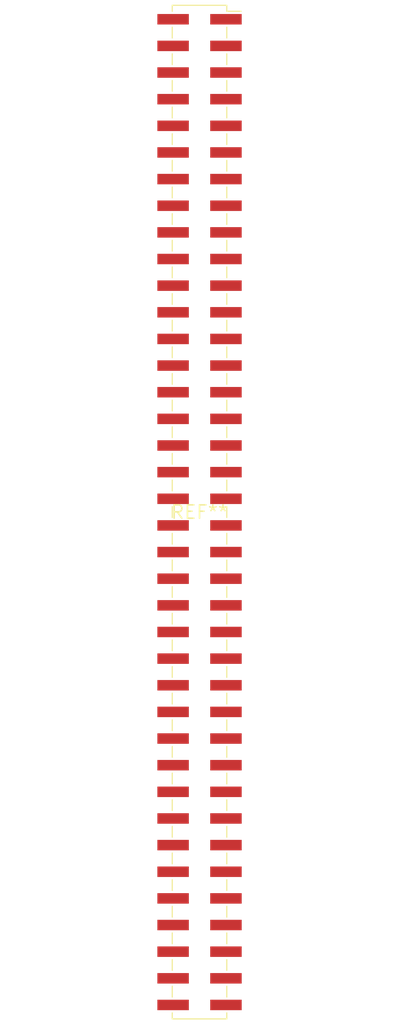
<source format=kicad_pcb>
(kicad_pcb (version 20240108) (generator pcbnew)
  (layers (0 "F.Cu" signal) (31 "B.Cu" signal) (34 "B.Paste" user) (35 "F.Paste" user) (36 "B.SilkS" user "B.Silkscreen") (37 "F.SilkS" user "F.Silkscreen") (38 "B.Mask" user) (39 "F.Mask" user) (44 "Edge.Cuts" user))
  (net 0 "")
  (footprint "PinSocket_2x38_P2.54mm_Vertical_SMD" (layer "F.Cu") (at 0 0)
    (property "Reference" "REF**")
    (property "Value" "PinSocket_2x38_P2.54mm_Vertical_SMD")
    (fp_line (start -2.6 -48.32) (end -2.6 -47.75) (layer "F.SilkS") (stroke (width 0.12)))
    (fp_line (start -2.6 -48.32) (end 2.6 -48.32) (layer "F.SilkS") (stroke (width 0.12)))
    (fp_line (start -2.6 -46.23) (end -2.6 -45.21) (layer "F.SilkS") (stroke (width 0.12)))
    (fp_line (start -2.6 -43.69) (end -2.6 -42.67) (layer "F.SilkS") (stroke (width 0.12)))
    (fp_line (start -2.6 -41.15) (end -2.6 -40.13) (layer "F.SilkS") (stroke (width 0.12)))
    (fp_line (start -2.6 -38.61) (end -2.6 -37.59) (layer "F.SilkS") (stroke (width 0.12)))
    (fp_line (start -2.6 -36.07) (end -2.6 -35.05) (layer "F.SilkS") (stroke (width 0.12)))
    (fp_line (start -2.6 -33.53) (end -2.6 -32.51) (layer "F.SilkS") (stroke (width 0.12)))
    (fp_line (start -2.6 -30.99) (end -2.6 -29.97) (layer "F.SilkS") (stroke (width 0.12)))
    (fp_line (start -2.6 -28.45) (end -2.6 -27.43) (layer "F.SilkS") (stroke (width 0.12)))
    (fp_line (start -2.6 -25.91) (end -2.6 -24.89) (layer "F.SilkS") (stroke (width 0.12)))
    (fp_line (start -2.6 -23.37) (end -2.6 -22.35) (layer "F.SilkS") (stroke (width 0.12)))
    (fp_line (start -2.6 -20.83) (end -2.6 -19.81) (layer "F.SilkS") (stroke (width 0.12)))
    (fp_line (start -2.6 -18.29) (end -2.6 -17.27) (layer "F.SilkS") (stroke (width 0.12)))
    (fp_line (start -2.6 -15.75) (end -2.6 -14.73) (layer "F.SilkS") (stroke (width 0.12)))
    (fp_line (start -2.6 -13.21) (end -2.6 -12.19) (layer "F.SilkS") (stroke (width 0.12)))
    (fp_line (start -2.6 -10.67) (end -2.6 -9.65) (layer "F.SilkS") (stroke (width 0.12)))
    (fp_line (start -2.6 -8.13) (end -2.6 -7.11) (layer "F.SilkS") (stroke (width 0.12)))
    (fp_line (start -2.6 -5.59) (end -2.6 -4.57) (layer "F.SilkS") (stroke (width 0.12)))
    (fp_line (start -2.6 -3.05) (end -2.6 -2.03) (layer "F.SilkS") (stroke (width 0.12)))
    (fp_line (start -2.6 -0.51) (end -2.6 0.51) (layer "F.SilkS") (stroke (width 0.12)))
    (fp_line (start -2.6 2.03) (end -2.6 3.05) (layer "F.SilkS") (stroke (width 0.12)))
    (fp_line (start -2.6 4.57) (end -2.6 5.59) (layer "F.SilkS") (stroke (width 0.12)))
    (fp_line (start -2.6 7.11) (end -2.6 8.13) (layer "F.SilkS") (stroke (width 0.12)))
    (fp_line (start -2.6 9.65) (end -2.6 10.67) (layer "F.SilkS") (stroke (width 0.12)))
    (fp_line (start -2.6 12.19) (end -2.6 13.21) (layer "F.SilkS") (stroke (width 0.12)))
    (fp_line (start -2.6 14.73) (end -2.6 15.75) (layer "F.SilkS") (stroke (width 0.12)))
    (fp_line (start -2.6 17.27) (end -2.6 18.29) (layer "F.SilkS") (stroke (width 0.12)))
    (fp_line (start -2.6 19.81) (end -2.6 20.83) (layer "F.SilkS") (stroke (width 0.12)))
    (fp_line (start -2.6 22.35) (end -2.6 23.37) (layer "F.SilkS") (stroke (width 0.12)))
    (fp_line (start -2.6 24.89) (end -2.6 25.91) (layer "F.SilkS") (stroke (width 0.12)))
    (fp_line (start -2.6 27.43) (end -2.6 28.45) (layer "F.SilkS") (stroke (width 0.12)))
    (fp_line (start -2.6 29.97) (end -2.6 30.99) (layer "F.SilkS") (stroke (width 0.12)))
    (fp_line (start -2.6 32.51) (end -2.6 33.53) (layer "F.SilkS") (stroke (width 0.12)))
    (fp_line (start -2.6 35.05) (end -2.6 36.07) (layer "F.SilkS") (stroke (width 0.12)))
    (fp_line (start -2.6 37.59) (end -2.6 38.61) (layer "F.SilkS") (stroke (width 0.12)))
    (fp_line (start -2.6 40.13) (end -2.6 41.15) (layer "F.SilkS") (stroke (width 0.12)))
    (fp_line (start -2.6 42.67) (end -2.6 43.69) (layer "F.SilkS") (stroke (width 0.12)))
    (fp_line (start -2.6 45.21) (end -2.6 46.23) (layer "F.SilkS") (stroke (width 0.12)))
    (fp_line (start -2.6 47.75) (end -2.6 48.32) (layer "F.SilkS") (stroke (width 0.12)))
    (fp_line (start -2.6 48.32) (end 2.6 48.32) (layer "F.SilkS") (stroke (width 0.12)))
    (fp_line (start 2.6 -48.32) (end 2.6 -47.75) (layer "F.SilkS") (stroke (width 0.12)))
    (fp_line (start 2.6 -47.75) (end 3.96 -47.75) (layer "F.SilkS") (stroke (width 0.12)))
    (fp_line (start 2.6 -46.23) (end 2.6 -45.21) (layer "F.SilkS") (stroke (width 0.12)))
    (fp_line (start 2.6 -43.69) (end 2.6 -42.67) (layer "F.SilkS") (stroke (width 0.12)))
    (fp_line (start 2.6 -41.15) (end 2.6 -40.13) (layer "F.SilkS") (stroke (width 0.12)))
    (fp_line (start 2.6 -38.61) (end 2.6 -37.59) (layer "F.SilkS") (stroke (width 0.12)))
    (fp_line (start 2.6 -36.07) (end 2.6 -35.05) (layer "F.SilkS") (stroke (width 0.12)))
    (fp_line (start 2.6 -33.53) (end 2.6 -32.51) (layer "F.SilkS") (stroke (width 0.12)))
    (fp_line (start 2.6 -30.99) (end 2.6 -29.97) (layer "F.SilkS") (stroke (width 0.12)))
    (fp_line (start 2.6 -28.45) (end 2.6 -27.43) (layer "F.SilkS") (stroke (width 0.12)))
    (fp_line (start 2.6 -25.91) (end 2.6 -24.89) (layer "F.SilkS") (stroke (width 0.12)))
    (fp_line (start 2.6 -23.37) (end 2.6 -22.35) (layer "F.SilkS") (stroke (width 0.12)))
    (fp_line (start 2.6 -20.83) (end 2.6 -19.81) (layer "F.SilkS") (stroke (width 0.12)))
    (fp_line (start 2.6 -18.29) (end 2.6 -17.27) (layer "F.SilkS") (stroke (width 0.12)))
    (fp_line (start 2.6 -15.75) (end 2.6 -14.73) (layer "F.SilkS") (stroke (width 0.12)))
    (fp_line (start 2.6 -13.21) (end 2.6 -12.19) (layer "F.SilkS") (stroke (width 0.12)))
    (fp_line (start 2.6 -10.67) (end 2.6 -9.65) (layer "F.SilkS") (stroke (width 0.12)))
    (fp_line (start 2.6 -8.13) (end 2.6 -7.11) (layer "F.SilkS") (stroke (width 0.12)))
    (fp_line (start 2.6 -5.59) (end 2.6 -4.57) (layer "F.SilkS") (stroke (width 0.12)))
    (fp_line (start 2.6 -3.05) (end 2.6 -2.03) (layer "F.SilkS") (stroke (width 0.12)))
    (fp_line (start 2.6 -0.51) (end 2.6 0.51) (layer "F.SilkS") (stroke (width 0.12)))
    (fp_line (start 2.6 2.03) (end 2.6 3.05) (layer "F.SilkS") (stroke (width 0.12)))
    (fp_line (start 2.6 4.57) (end 2.6 5.59) (layer "F.SilkS") (stroke (width 0.12)))
    (fp_line (start 2.6 7.11) (end 2.6 8.13) (layer "F.SilkS") (stroke (width 0.12)))
    (fp_line (start 2.6 9.65) (end 2.6 10.67) (layer "F.SilkS") (stroke (width 0.12)))
    (fp_line (start 2.6 12.19) (end 2.6 13.21) (layer "F.SilkS") (stroke (width 0.12)))
    (fp_line (start 2.6 14.73) (end 2.6 15.75) (layer "F.SilkS") (stroke (width 0.12)))
    (fp_line (start 2.6 17.27) (end 2.6 18.29) (layer "F.SilkS") (stroke (width 0.12)))
    (fp_line (start 2.6 19.81) (end 2.6 20.83) (layer "F.SilkS") (stroke (width 0.12)))
    (fp_line (start 2.6 22.35) (end 2.6 23.37) (layer "F.SilkS") (stroke (width 0.12)))
    (fp_line (start 2.6 24.89) (end 2.6 25.91) (layer "F.SilkS") (stroke (width 0.12)))
    (fp_line (start 2.6 27.43) (end 2.6 28.45) (layer "F.SilkS") (stroke (width 0.12)))
    (fp_line (start 2.6 29.97) (end 2.6 30.99) (layer "F.SilkS") (stroke (width 0.12)))
    (fp_line (start 2.6 32.51) (end 2.6 33.53) (layer "F.SilkS") (stroke (width 0.12)))
    (fp_line (start 2.6 35.05) (end 2.6 36.07) (layer "F.SilkS") (stroke (width 0.12)))
    (fp_line (start 2.6 37.59) (end 2.6 38.61) (layer "F.SilkS") (stroke (width 0.12)))
    (fp_line (start 2.6 40.13) (end 2.6 41.15) (layer "F.SilkS") (stroke (width 0.12)))
    (fp_line (start 2.6 42.67) (end 2.6 43.69) (layer "F.SilkS") (stroke (width 0.12)))
    (fp_line (start 2.6 45.21) (end 2.6 46.23) (layer "F.SilkS") (stroke (width 0.12)))
    (fp_line (start 2.6 47.75) (end 2.6 48.32) (layer "F.SilkS") (stroke (width 0.12)))
    (pad "1" smd rect (at 2.52 -46.99) (size 3 1) (layers "F.Cu" "F.Paste" "F.Mask"))
    (pad "2" smd rect (at -2.52 -46.99) (size 3 1) (layers "F.Cu" "F.Paste" "F.Mask"))
    (pad "3" smd rect (at 2.52 -44.45) (size 3 1) (layers "F.Cu" "F.Paste" "F.Mask"))
    (pad "4" smd rect (at -2.52 -44.45) (size 3 1) (layers "F.Cu" "F.Paste" "F.Mask"))
    (pad "5" smd rect (at 2.52 -41.91) (size 3 1) (layers "F.Cu" "F.Paste" "F.Mask"))
    (pad "6" smd rect (at -2.52 -41.91) (size 3 1) (layers "F.Cu" "F.Paste" "F.Mask"))
    (pad "7" smd rect (at 2.52 -39.37) (size 3 1) (layers "F.Cu" "F.Paste" "F.Mask"))
    (pad "8" smd rect (at -2.52 -39.37) (size 3 1) (layers "F.Cu" "F.Paste" "F.Mask"))
    (pad "9" smd rect (at 2.52 -36.83) (size 3 1) (layers "F.Cu" "F.Paste" "F.Mask"))
    (pad "10" smd rect (at -2.52 -36.83) (size 3 1) (layers "F.Cu" "F.Paste" "F.Mask"))
    (pad "11" smd rect (at 2.52 -34.29) (size 3 1) (layers "F.Cu" "F.Paste" "F.Mask"))
    (pad "12" smd rect (at -2.52 -34.29) (size 3 1) (layers "F.Cu" "F.Paste" "F.Mask"))
    (pad "13" smd rect (at 2.52 -31.75) (size 3 1) (layers "F.Cu" "F.Paste" "F.Mask"))
    (pad "14" smd rect (at -2.52 -31.75) (size 3 1) (layers "F.Cu" "F.Paste" "F.Mask"))
    (pad "15" smd rect (at 2.52 -29.21) (size 3 1) (layers "F.Cu" "F.Paste" "F.Mask"))
    (pad "16" smd rect (at -2.52 -29.21) (size 3 1) (layers "F.Cu" "F.Paste" "F.Mask"))
    (pad "17" smd rect (at 2.52 -26.67) (size 3 1) (layers "F.Cu" "F.Paste" "F.Mask"))
    (pad "18" smd rect (at -2.52 -26.67) (size 3 1) (layers "F.Cu" "F.Paste" "F.Mask"))
    (pad "19" smd rect (at 2.52 -24.13) (size 3 1) (layers "F.Cu" "F.Paste" "F.Mask"))
    (pad "20" smd rect (at -2.52 -24.13) (size 3 1) (layers "F.Cu" "F.Paste" "F.Mask"))
    (pad "21" smd rect (at 2.52 -21.59) (size 3 1) (layers "F.Cu" "F.Paste" "F.Mask"))
    (pad "22" smd rect (at -2.52 -21.59) (size 3 1) (layers "F.Cu" "F.Paste" "F.Mask"))
    (pad "23" smd rect (at 2.52 -19.05) (size 3 1) (layers "F.Cu" "F.Paste" "F.Mask"))
    (pad "24" smd rect (at -2.52 -19.05) (size 3 1) (layers "F.Cu" "F.Paste" "F.Mask"))
    (pad "25" smd rect (at 2.52 -16.51) (size 3 1) (layers "F.Cu" "F.Paste" "F.Mask"))
    (pad "26" smd rect (at -2.52 -16.51) (size 3 1) (layers "F.Cu" "F.Paste" "F.Mask"))
    (pad "27" smd rect (at 2.52 -13.97) (size 3 1) (layers "F.Cu" "F.Paste" "F.Mask"))
    (pad "28" smd rect (at -2.52 -13.97) (size 3 1) (layers "F.Cu" "F.Paste" "F.Mask"))
    (pad "29" smd rect (at 2.52 -11.43) (size 3 1) (layers "F.Cu" "F.Paste" "F.Mask"))
    (pad "30" smd rect (at -2.52 -11.43) (size 3 1) (layers "F.Cu" "F.Paste" "F.Mask"))
    (pad "31" smd rect (at 2.52 -8.89) (size 3 1) (layers "F.Cu" "F.Paste" "F.Mask"))
    (pad "32" smd rect (at -2.52 -8.89) (size 3 1) (layers "F.Cu" "F.Paste" "F.Mask"))
    (pad "33" smd rect (at 2.52 -6.35) (size 3 1) (layers "F.Cu" "F.Paste" "F.Mask"))
    (pad "34" smd rect (at -2.52 -6.35) (size 3 1) (layers "F.Cu" "F.Paste" "F.Mask"))
    (pad "35" smd rect (at 2.52 -3.81) (size 3 1) (layers "F.Cu" "F.Paste" "F.Mask"))
    (pad "36" smd rect (at -2.52 -3.81) (size 3 1) (layers "F.Cu" "F.Paste" "F.Mask"))
    (pad "37" smd rect (at 2.52 -1.27) (size 3 1) (layers "F.Cu" "F.Paste" "F.Mask"))
    (pad "38" smd rect (at -2.52 -1.27) (size 3 1) (layers "F.Cu" "F.Paste" "F.Mask"))
    (pad "39" smd rect (at 2.52 1.27) (size 3 1) (layers "F.Cu" "F.Paste" "F.Mask"))
    (pad "40" smd rect (at -2.52 1.27) (size 3 1) (layers "F.Cu" "F.Paste" "F.Mask"))
    (pad "41" smd rect (at 2.52 3.81) (size 3 1) (layers "F.Cu" "F.Paste" "F.Mask"))
    (pad "42" smd rect (at -2.52 3.81) (size 3 1) (layers "F.Cu" "F.Paste" "F.Mask"))
    (pad "43" smd rect (at 2.52 6.35) (size 3 1) (layers "F.Cu" "F.Paste" "F.Mask"))
    (pad "44" smd rect (at -2.52 6.35) (size 3 1) (layers "F.Cu" "F.Paste" "F.Mask"))
    (pad "45" smd rect (at 2.52 8.89) (size 3 1) (layers "F.Cu" "F.Paste" "F.Mask"))
    (pad "46" smd rect (at -2.52 8.89) (size 3 1) (layers "F.Cu" "F.Paste" "F.Mask"))
    (pad "47" smd rect (at 2.52 11.43) (size 3 1) (layers "F.Cu" "F.Paste" "F.Mask"))
    (pad "48" smd rect (at -2.52 11.43) (size 3 1) (layers "F.Cu" "F.Paste" "F.Mask"))
    (pad "49" smd rect (at 2.52 13.97) (size 3 1) (layers "F.Cu" "F.Paste" "F.Mask"))
    (pad "50" smd rect (at -2.52 13.97) (size 3 1) (layers "F.Cu" "F.Paste" "F.Mask"))
    (pad "51" smd rect (at 2.52 16.51) (size 3 1) (layers "F.Cu" "F.Paste" "F.Mask"))
    (pad "52" smd rect (at -2.52 16.51) (size 3 1) (layers "F.Cu" "F.Paste" "F.Mask"))
    (pad "53" smd rect (at 2.52 19.05) (size 3 1) (layers "F.Cu" "F.Paste" "F.Mask"))
    (pad "54" smd rect (at -2.52 19.05) (size 3 1) (layers "F.Cu" "F.Paste" "F.Mask"))
    (pad "55" smd rect (at 2.52 21.59) (size 3 1) (layers "F.Cu" "F.Paste" "F.Mask"))
    (pad "56" smd rect (at -2.52 21.59) (size 3 1) (layers "F.Cu" "F.Paste" "F.Mask"))
    (pad "57" smd rect (at 2.52 24.13) (size 3 1) (layers "F.Cu" "F.Paste" "F.Mask"))
    (pad "58" smd rect (at -2.52 24.13) (size 3 1) (layers "F.Cu" "F.Paste" "F.Mask"))
    (pad "59" smd rect (at 2.52 26.67) (size 3 1) (layers "F.Cu" "F.Paste" "F.Mask"))
    (pad "60" smd rect (at -2.52 26.67) (size 3 1) (layers "F.Cu" "F.Paste" "F.Mask"))
    (pad "61" smd rect (at 2.52 29.21) (size 3 1) (layers "F.Cu" "F.Paste" "F.Mask"))
    (pad "62" smd rect (at -2.52 29.21) (size 3 1) (layers "F.Cu" "F.Paste" "F.Mask"))
    (pad "63" smd rect (at 2.52 31.75) (size 3 1) (layers "F.Cu" "F.Paste" "F.Mask"))
    (pad "64" smd rect (at -2.52 31.75) (size 3 1) (layers "F.Cu" "F.Paste" "F.Mask"))
    (pad "65" smd rect (at 2.52 34.29) (size 3 1) (layers "F.Cu" "F.Paste" "F.Mask"))
    (pad "66" smd rect (at -2.52 34.29) (size 3 1) (layers "F.Cu" "F.Paste" "F.Mask"))
    (pad "67" smd rect (at 2.52 36.83) (size 3 1) (layers "F.Cu" "F.Paste" "F.Mask"))
    (pad "68" smd rect (at -2.52 36.83) (size 3 1) (layers "F.Cu" "F.Paste" "F.Mask"))
    (pad "69" smd rect (at 2.52 39.37) (size 3 1) (layers "F.Cu" "F.Paste" "F.Mask"))
    (pad "70" smd rect (at -2.52 39.37) (size 3 1) (layers "F.Cu" "F.Paste" "F.Mask"))
    (pad "71" smd rect (at 2.52 41.91) (size 3 1) (layers "F.Cu" "F.Paste" "F.Mask"))
    (pad "72" smd rect (at -2.52 41.91) (size 3 1) (layers "F.Cu" "F.Paste" "F.Mask"))
    (pad "73" smd rect (at 2.52 44.45) (size 3 1) (layers "F.Cu" "F.Paste" "F.Mask"))
    (pad "74" smd rect (at -2.52 44.45) (size 3 1) (layers "F.Cu" "F.Paste" "F.Mask"))
    (pad "75" smd rect (at 2.52 46.99) (size 3 1) (layers "F.Cu" "F.Paste" "F.Mask"))
    (pad "76" smd rect (at -2.52 46.99) (size 3 1) (layers "F.Cu" "F.Paste" "F.Mask"))
  )
)
</source>
